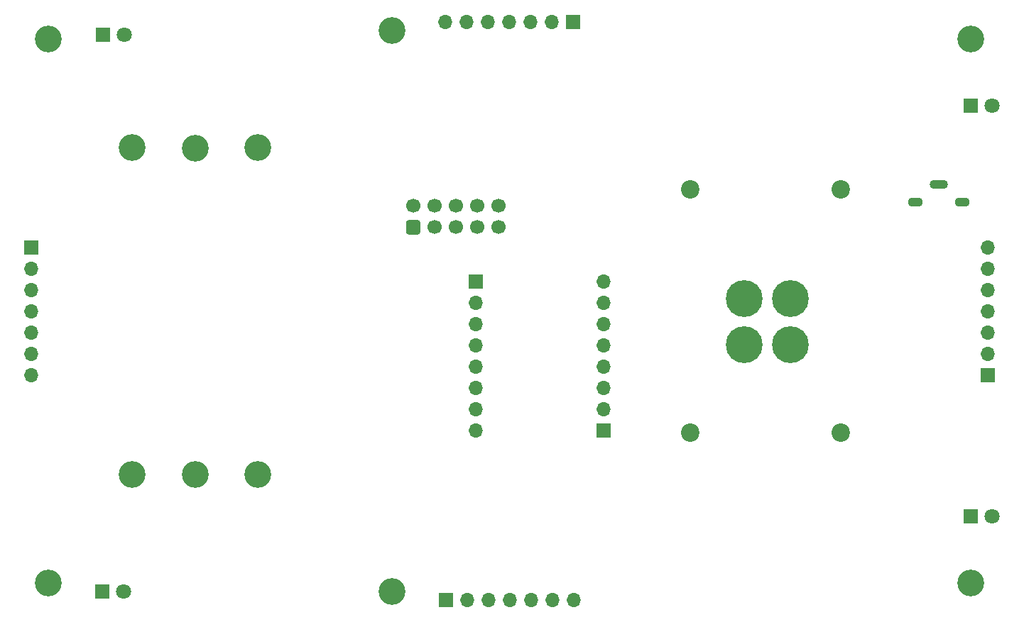
<source format=gbs>
G04 #@! TF.GenerationSoftware,KiCad,Pcbnew,5.99.0-unknown-15c4a7b06~104~ubuntu18.04.1*
G04 #@! TF.CreationDate,2020-09-30T21:22:09+01:00*
G04 #@! TF.ProjectId,nesta proto 2.1,6e657374-6120-4707-926f-746f20322e31,rev?*
G04 #@! TF.SameCoordinates,Original*
G04 #@! TF.FileFunction,Soldermask,Bot*
G04 #@! TF.FilePolarity,Negative*
%FSLAX46Y46*%
G04 Gerber Fmt 4.6, Leading zero omitted, Abs format (unit mm)*
G04 Created by KiCad (PCBNEW 5.99.0-unknown-15c4a7b06~104~ubuntu18.04.1) date 2020-09-30 21:22:09*
%MOMM*%
%LPD*%
G01*
G04 APERTURE LIST*
%ADD10C,3.200000*%
%ADD11C,4.400000*%
%ADD12C,0.700000*%
%ADD13R,1.800000X1.800000*%
%ADD14C,1.800000*%
%ADD15R,1.700000X1.700000*%
%ADD16O,1.700000X1.700000*%
%ADD17C,2.200000*%
%ADD18C,1.700000*%
%ADD19O,2.200000X1.100000*%
%ADD20O,1.800000X1.100000*%
G04 APERTURE END LIST*
D10*
X105000000Y-133000000D03*
X205000000Y-146000000D03*
X95000000Y-81000000D03*
X112500000Y-94050000D03*
D11*
X178000000Y-112000000D03*
D12*
X176833274Y-113166726D03*
X176833274Y-110833274D03*
X179166726Y-113166726D03*
X179166726Y-110833274D03*
X179650000Y-112000000D03*
X176350000Y-112000000D03*
X178000000Y-113650000D03*
X178000000Y-110350000D03*
X176833274Y-116333274D03*
X178000000Y-119150000D03*
X179166726Y-118666726D03*
X176350000Y-117500000D03*
X178000000Y-115850000D03*
D11*
X178000000Y-117500000D03*
D12*
X176833274Y-118666726D03*
X179166726Y-116333274D03*
X179650000Y-117500000D03*
D10*
X120000000Y-133000000D03*
D13*
X101500000Y-80500000D03*
D14*
X104040000Y-80500000D03*
D10*
X136000000Y-147000000D03*
X105000000Y-94000000D03*
D15*
X146000000Y-110000000D03*
D16*
X146000000Y-112540000D03*
X146000000Y-115080000D03*
X146000000Y-117620000D03*
X146000000Y-120160000D03*
X146000000Y-122700000D03*
X146000000Y-125240000D03*
X146000000Y-127780000D03*
D15*
X157600000Y-79000000D03*
D16*
X155060000Y-79000000D03*
X152520000Y-79000000D03*
X149980000Y-79000000D03*
X147440000Y-79000000D03*
X144900000Y-79000000D03*
X142360000Y-79000000D03*
D13*
X101460000Y-147000000D03*
D14*
X104000000Y-147000000D03*
D17*
X189500000Y-128000000D03*
D15*
X93000000Y-105880000D03*
D16*
X93000000Y-108420000D03*
X93000000Y-110960000D03*
X93000000Y-113500000D03*
X93000000Y-116040000D03*
X93000000Y-118580000D03*
X93000000Y-121120000D03*
D10*
X136000000Y-80000000D03*
X112500000Y-133000000D03*
X95000000Y-146000000D03*
D17*
X171500000Y-128000000D03*
D10*
X205000000Y-81000000D03*
D17*
X189500000Y-99000000D03*
X171500000Y-99000000D03*
D12*
X182333274Y-116333274D03*
X183500000Y-115850000D03*
X184666726Y-116333274D03*
X184666726Y-118666726D03*
D11*
X183500000Y-117500000D03*
D12*
X181850000Y-117500000D03*
X182333274Y-118666726D03*
X185150000Y-117500000D03*
X183500000Y-119150000D03*
D13*
X205000000Y-89000000D03*
D14*
X207540000Y-89000000D03*
D15*
X142380000Y-148000000D03*
D16*
X144920000Y-148000000D03*
X147460000Y-148000000D03*
X150000000Y-148000000D03*
X152540000Y-148000000D03*
X155080000Y-148000000D03*
X157620000Y-148000000D03*
G36*
G01*
X139100000Y-104350000D02*
X137900000Y-104350000D01*
G75*
G02*
X137650000Y-104100000I0J250000D01*
G01*
X137650000Y-102900000D01*
G75*
G02*
X137900000Y-102650000I250000J0D01*
G01*
X139100000Y-102650000D01*
G75*
G02*
X139350000Y-102900000I0J-250000D01*
G01*
X139350000Y-104100000D01*
G75*
G02*
X139100000Y-104350000I-250000J0D01*
G01*
G37*
D18*
X138500000Y-100960000D03*
X141040000Y-103500000D03*
X141040000Y-100960000D03*
X143580000Y-103500000D03*
X143580000Y-100960000D03*
X146120000Y-103500000D03*
X146120000Y-100960000D03*
X148660000Y-103500000D03*
X148660000Y-100960000D03*
D15*
X207000000Y-121120000D03*
D16*
X207000000Y-118580000D03*
X207000000Y-116040000D03*
X207000000Y-113500000D03*
X207000000Y-110960000D03*
X207000000Y-108420000D03*
X207000000Y-105880000D03*
D19*
X201200000Y-98375000D03*
D20*
X204000000Y-100525000D03*
X198400000Y-100525000D03*
D12*
X183500000Y-113650000D03*
X181850000Y-112000000D03*
X185150000Y-112000000D03*
X184666726Y-110833274D03*
X183500000Y-110350000D03*
X182333274Y-110833274D03*
X182333274Y-113166726D03*
X184666726Y-113166726D03*
D11*
X183500000Y-112000000D03*
D13*
X205000000Y-138000000D03*
D14*
X207540000Y-138000000D03*
D15*
X161240000Y-127780000D03*
D16*
X161240000Y-125240000D03*
X161240000Y-122700000D03*
X161240000Y-120160000D03*
X161240000Y-117620000D03*
X161240000Y-115080000D03*
X161240000Y-112540000D03*
X161240000Y-110000000D03*
D10*
X120000000Y-94000000D03*
M02*

</source>
